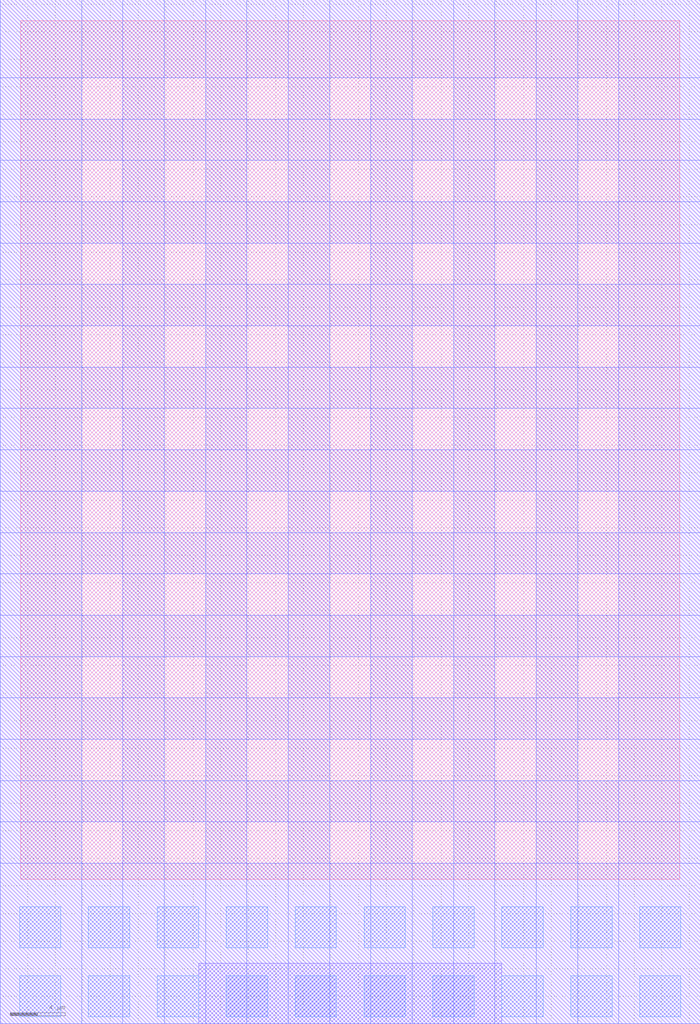
<source format=lef>
VERSION 5.6 ;
BUSBITCHARS "[]" ;
DIVIDERCHAR "/" ;

MACRO L28_BOAC_op1_55_6um_stagger_50D8X74D3
  CLASS COVER ;
  ORIGIN -1.5 -10.5 ;
  FOREIGN L28_BOAC_op1_55_6um_stagger_50D8X74D3 1.5 10.5 ;
  SIZE 47.8 BY 62.3 ;
  SYMMETRY X Y ;

  OBS
    LAYER ME7 ;
      RECT 14.4 0 36.4 4.4 ;
    LAYER ME8 ;
      RECT 0 68.65 50.8 74.3 ;
      RECT 44.9 0 50.8 74.3 ;
      RECT 38.9 0 41.9 74.3 ;
      RECT 32.9 0 35.9 74.3 ;
      RECT 26.9 0 29.9 74.3 ;
      RECT 20.9 0 23.9 74.3 ;
      RECT 14.9 0 17.9 74.3 ;
      RECT 8.9 0 11.9 74.3 ;
      RECT 0 0 5.9 74.3 ;
      RECT 0 62.65 50.8 65.65 ;
      RECT 0 56.65 50.8 59.65 ;
      RECT 0 50.65 50.8 53.65 ;
      RECT 0 44.65 50.8 47.65 ;
      RECT 0 38.65 50.8 41.65 ;
      RECT 0 32.65 50.8 35.65 ;
      RECT 0 26.65 50.8 29.65 ;
      RECT 0 20.65 50.8 23.65 ;
      RECT 0 14.65 50.8 17.65 ;
      RECT 0 0 50.8 11.65 ;
    LAYER TMV_RDL ;
      RECT 46.4 0.5 49.4 3.5 ;
      RECT 46.4 5.5 49.4 8.5 ;
      RECT 41.4 0.5 44.4 3.5 ;
      RECT 41.4 5.5 44.4 8.5 ;
      RECT 36.4 0.5 39.4 3.5 ;
      RECT 36.4 5.5 39.4 8.5 ;
      RECT 31.4 0.5 34.4 3.5 ;
      RECT 31.4 5.5 34.4 8.5 ;
      RECT 26.4 0.5 29.4 3.5 ;
      RECT 26.4 5.5 29.4 8.5 ;
      RECT 21.4 0.5 24.4 3.5 ;
      RECT 21.4 5.5 24.4 8.5 ;
      RECT 16.4 0.5 19.4 3.5 ;
      RECT 16.4 5.5 19.4 8.5 ;
      RECT 11.4 0.5 14.4 3.5 ;
      RECT 11.4 5.5 14.4 8.5 ;
      RECT 6.4 0.5 9.4 3.5 ;
      RECT 6.4 5.5 9.4 8.5 ;
      RECT 1.4 0.5 4.4 3.5 ;
      RECT 1.4 5.5 4.4 8.5 ;
    LAYER AL_RDL ;
      RECT 0 0 50.8 74.3 ;
#    LAYER PASV_RDL ;
#      RECT 1.5 10.5 49.3 72.8 ;
#    LAYER PADMARK ;
#      RECT 0 0 50.8 74.3 ;
  END
END L28_BOAC_op1_55_6um_stagger_50D8X74D3

END LIBRARY

</source>
